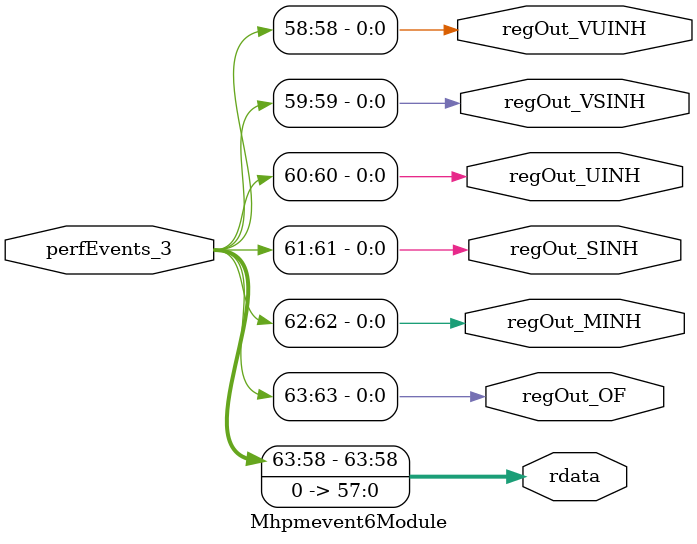
<source format=v>
module Mhpmevent6Module(
  output [63:0] rdata,
  output        regOut_OF,
  output        regOut_MINH,
  output        regOut_SINH,
  output        regOut_UINH,
  output        regOut_VSINH,
  output        regOut_VUINH,
  input  [63:0] perfEvents_3
);

  assign rdata = {perfEvents_3[63:58], 58'h0};
  assign regOut_OF = perfEvents_3[63];
  assign regOut_MINH = perfEvents_3[62];
  assign regOut_SINH = perfEvents_3[61];
  assign regOut_UINH = perfEvents_3[60];
  assign regOut_VSINH = perfEvents_3[59];
  assign regOut_VUINH = perfEvents_3[58];
endmodule


</source>
